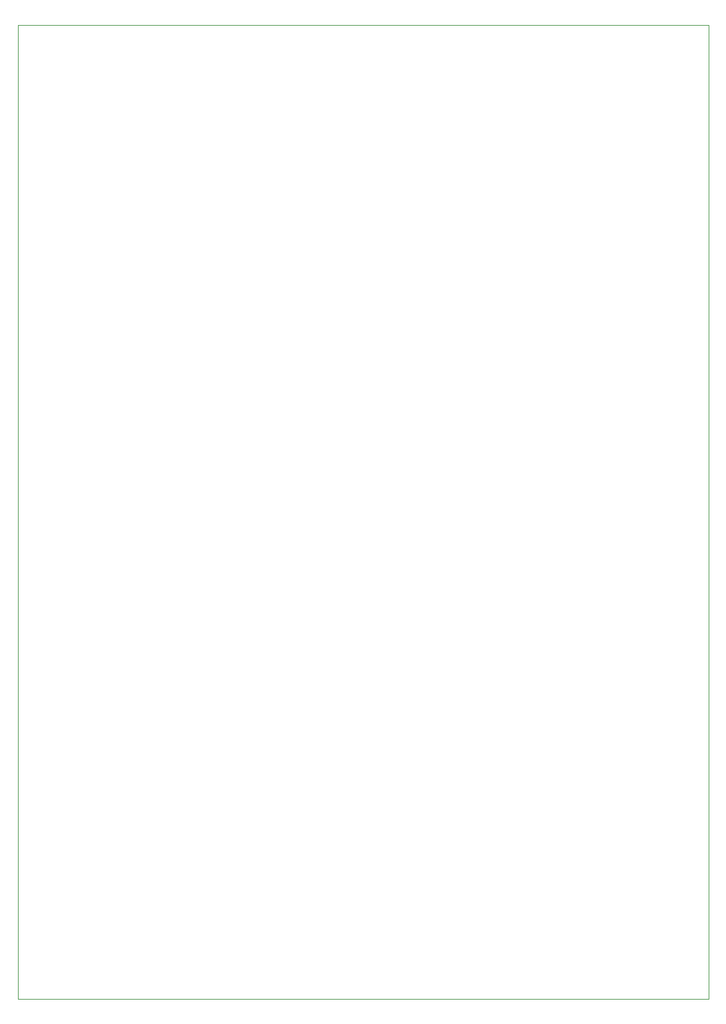
<source format=gm1>
G04 #@! TF.GenerationSoftware,KiCad,Pcbnew,8.0.5*
G04 #@! TF.CreationDate,2024-11-24T11:42:18+01:00*
G04 #@! TF.ProjectId,wolkje-panel,776f6c6b-6a65-42d7-9061-6e656c2e6b69,rev?*
G04 #@! TF.SameCoordinates,Original*
G04 #@! TF.FileFunction,Profile,NP*
%FSLAX46Y46*%
G04 Gerber Fmt 4.6, Leading zero omitted, Abs format (unit mm)*
G04 Created by KiCad (PCBNEW 8.0.5) date 2024-11-24 11:42:18*
%MOMM*%
%LPD*%
G01*
G04 APERTURE LIST*
G04 #@! TA.AperFunction,Profile*
%ADD10C,0.100000*%
G04 #@! TD*
G04 APERTURE END LIST*
D10*
X49450000Y-40750000D02*
X140550000Y-40750000D01*
X140550000Y-169250000D01*
X49450000Y-169250000D01*
X49450000Y-40750000D01*
M02*

</source>
